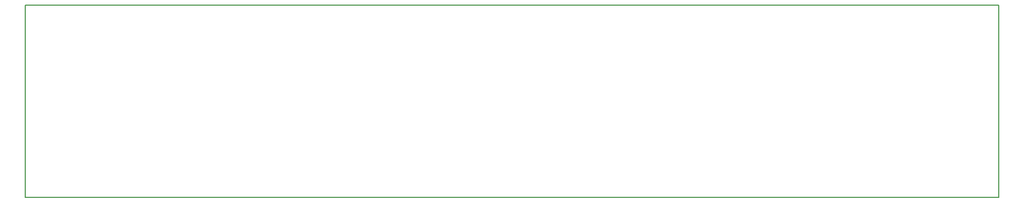
<source format=gbr>
G04 PROTEUS GERBER X2 FILE*
%TF.GenerationSoftware,Labcenter,Proteus,8.6-SP2-Build23525*%
%TF.CreationDate,2018-01-19T18:02:44+00:00*%
%TF.FileFunction,Other,Mechanical 1*%
%TF.FilePolarity,Positive*%
%TF.Part,Single*%
%FSLAX45Y45*%
%MOMM*%
G01*
%TA.AperFunction,Profile*%
%ADD15C,0.203200*%
%TD.AperFunction*%
D15*
X-8152100Y+4437900D02*
X+7847900Y+4437900D01*
X+7847900Y+7607900D01*
X-8152100Y+7607900D01*
X-8152100Y+4437900D01*
M02*

</source>
